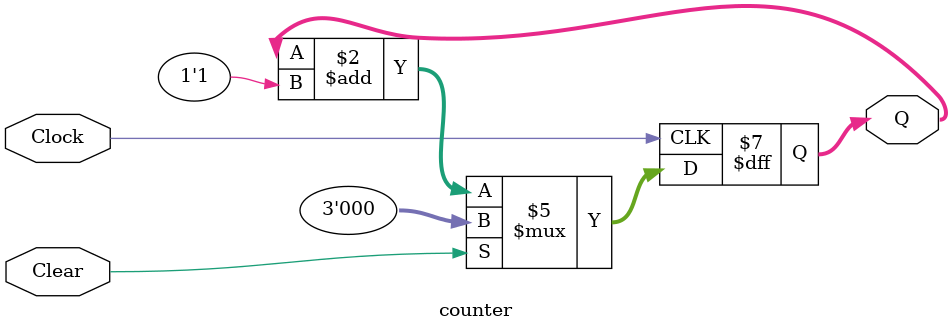
<source format=v>
/*
MODULO COUNTER
*/

//INICIO DO MODULO counter
module counter(Clear,Clock,Q);
	input 					Clear, Clock;
	output	reg	[2:0]	Q;
	
	initial Q = 3'b000; //Valor Inicial = 0
	
	always @(posedge Clock) begin
		if(Clear)
			Q <= 3'b000;
		else 
			Q <= Q + 1'b1;
	end
	
//FIM DO MODULO counter		
endmodule
</source>
